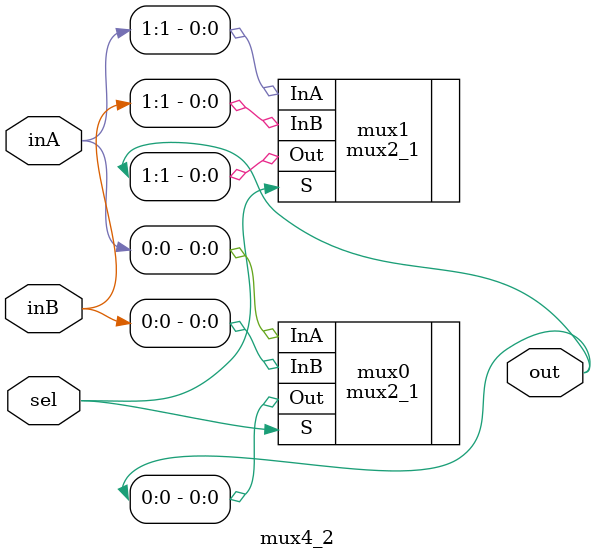
<source format=v>
module mux4_2 (inA, inB, sel, out);

    input [1:0] inA;
    input [1:0] inB;
    input sel;
    
    output [1:0] out;
    
    mux2_1 mux0 (.InA(inA[0]), .InB(inB[0]), .S(sel), .Out(out[0]));
    mux2_1 mux1 (.InA(inA[1]), .InB(inB[1]), .S(sel), .Out(out[1]));
    
endmodule

</source>
